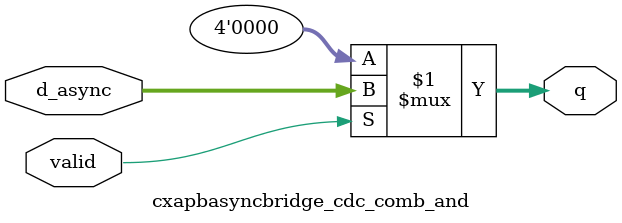
<source format=v>


module cxapbasyncbridge_cdc_comb_and (q, d_async, valid);

  parameter WIDTH = 4; // Width of the payload

  // ------------------------------------------------------
  // port declaration
  // ------------------------------------------------------
  output [WIDTH-1:0] q;
  input  [WIDTH-1:0] d_async;     // May be connected to an asynchronous input
  input              valid;

  assign  q = (valid) ? d_async : {WIDTH{1'b0}};

`ifdef ARM_CDC_CHECK

  integer   i;

  // Use an assertion if assertions are enabled.
  wire [WIDTH-1:0]  q_d;
  reg               z_detect;

  initial
    z_detect = 1'b0;

  // Create a delayed signal to ensure that any error fires at the correct
  // time
  assign #1 q_d = q;

  // Stop the simulation if any bits are Z when mux is enabled
  always @(q_d)
    if (valid)
      for (i = 0; i <= WIDTH; i = i + 1)
        if (d_async[i] === 1'bz)
          begin
            z_detect <= 1'b1;
          end

  always @(posedge z_detect)
     begin
          $display("FATAL : Unsafe operation detected across CDC boundary");
          $finish;
     end

`endif

endmodule


</source>
